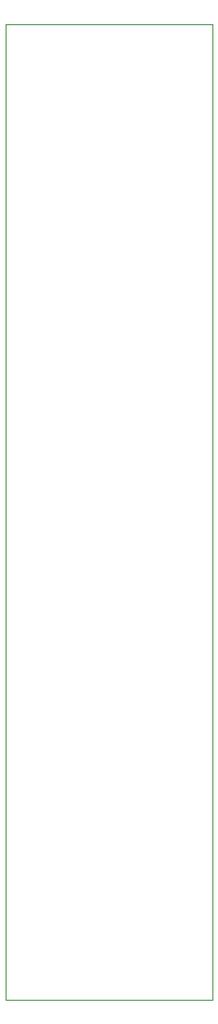
<source format=gbr>
%TF.GenerationSoftware,KiCad,Pcbnew,9.0.0*%
%TF.CreationDate,2025-03-09T20:22:18+09:00*%
%TF.ProjectId,hotdoggu_slimeVR_PCB,686f7464-6f67-4677-955f-736c696d6556,rev?*%
%TF.SameCoordinates,Original*%
%TF.FileFunction,Profile,NP*%
%FSLAX46Y46*%
G04 Gerber Fmt 4.6, Leading zero omitted, Abs format (unit mm)*
G04 Created by KiCad (PCBNEW 9.0.0) date 2025-03-09 20:22:18*
%MOMM*%
%LPD*%
G01*
G04 APERTURE LIST*
%TA.AperFunction,Profile*%
%ADD10C,0.050000*%
%TD*%
G04 APERTURE END LIST*
D10*
X145710000Y-43290000D02*
X164510000Y-43290000D01*
X164510000Y-131890000D01*
X145710000Y-131890000D01*
X145710000Y-43290000D01*
M02*

</source>
